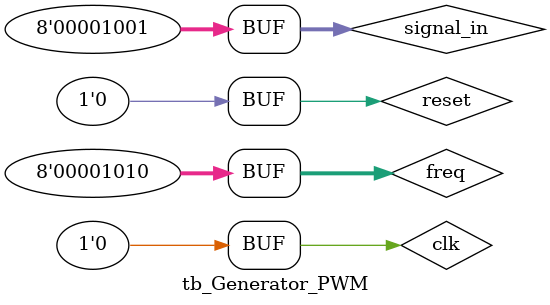
<source format=v>
module tb_Generator_PWM ;
reg clk, reset;
reg [7:0] signal_in;
reg [7:0] freq;
wire pwm_output, ppm_output;
wire [7:0] sawtooth_signal;

Generator_PWM Ge(clk,reset,signal_in,freq,ppm_output,pwm_output,sawtooth_signal);
initial begin
    reset=1;clk=0;signal_in=8'd5;freq=8'd10;
    #10 reset=0;
    repeat (50) begin
            #10 clk = ~clk;
        end
    signal_in=8'd9;
    repeat (50) begin
                #10 clk = ~clk;
            end
end
    
endmodule
</source>
